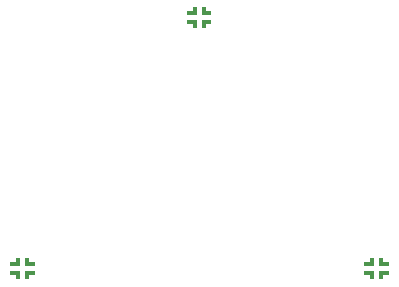
<source format=gbr>
%TF.GenerationSoftware,KiCad,Pcbnew,(5.1.6)-1*%
%TF.CreationDate,2020-12-08T12:03:19+08:00*%
%TF.ProjectId,LED_A1.0,4c45445f-4131-42e3-902e-6b696361645f,rev?*%
%TF.SameCoordinates,Original*%
%TF.FileFunction,Paste,Bot*%
%TF.FilePolarity,Positive*%
%FSLAX46Y46*%
G04 Gerber Fmt 4.6, Leading zero omitted, Abs format (unit mm)*
G04 Created by KiCad (PCBNEW (5.1.6)-1) date 2020-12-08 12:03:19*
%MOMM*%
%LPD*%
G01*
G04 APERTURE LIST*
%ADD10R,0.800000X0.450000*%
%ADD11R,0.450000X0.800000*%
G04 APERTURE END LIST*
D10*
%TO.C,D3*%
X51268400Y-37723000D03*
X51268400Y-36953000D03*
D11*
X51587400Y-37898000D03*
X51587400Y-36778000D03*
D10*
X52668400Y-37723000D03*
D11*
X52349400Y-37898000D03*
D10*
X52668400Y-36953000D03*
D11*
X52349400Y-36778000D03*
%TD*%
D10*
%TO.C,D2*%
X22696400Y-36953000D03*
X22696400Y-37723000D03*
D11*
X22377400Y-36778000D03*
X22377400Y-37898000D03*
D10*
X21296400Y-36953000D03*
D11*
X21615400Y-36778000D03*
D10*
X21296400Y-37723000D03*
D11*
X21615400Y-37898000D03*
%TD*%
D10*
%TO.C,D1*%
X36257000Y-16463200D03*
X36257000Y-15693200D03*
D11*
X36576000Y-16638200D03*
X36576000Y-15518200D03*
D10*
X37657000Y-16463200D03*
D11*
X37338000Y-16638200D03*
D10*
X37657000Y-15693200D03*
D11*
X37338000Y-15518200D03*
%TD*%
M02*

</source>
